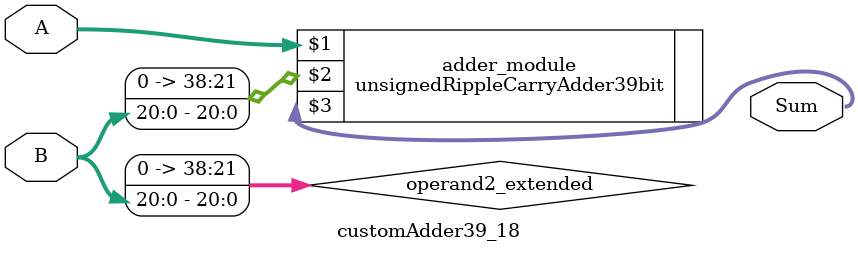
<source format=v>
module customAdder39_18(
                        input [38 : 0] A,
                        input [20 : 0] B,
                        
                        output [39 : 0] Sum
                );

        wire [38 : 0] operand2_extended;
        
        assign operand2_extended =  {18'b0, B};
        
        unsignedRippleCarryAdder39bit adder_module(
            A,
            operand2_extended,
            Sum
        );
        
        endmodule
        
</source>
